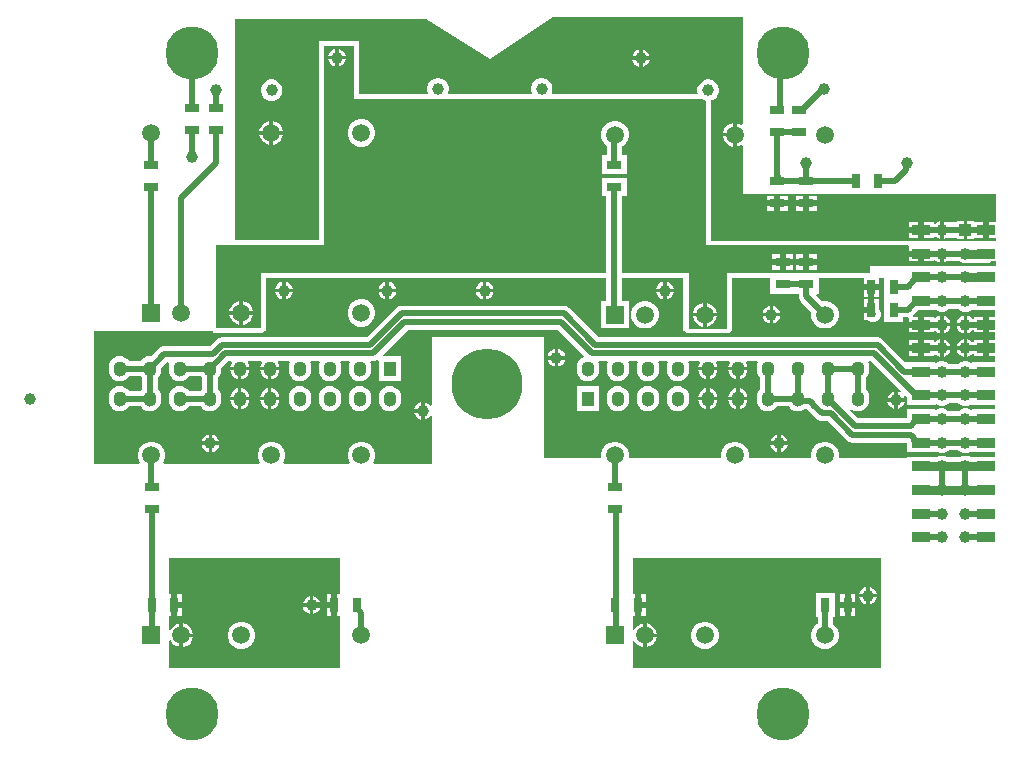
<source format=gbl>
G04*
G04 #@! TF.GenerationSoftware,Altium Limited,Altium Designer,23.9.2 (47)*
G04*
G04 Layer_Physical_Order=4*
G04 Layer_Color=16711680*
%FSAX42Y42*%
%MOMM*%
G71*
G04*
G04 #@! TF.SameCoordinates,6700F035-4CF4-4C6A-B223-3C7F8516C722*
G04*
G04*
G04 #@! TF.FilePolarity,Positive*
G04*
G01*
G75*
%ADD13C,0.50*%
%ADD31C,0.75*%
%ADD32C,1.52*%
%ADD33R,1.52X1.52*%
%ADD34O,1.10X1.30*%
%ADD35R,1.10X1.30*%
%ADD36C,1.00*%
%ADD37R,1.00X1.00*%
%ADD38C,4.50*%
%ADD39C,6.00*%
%ADD48R,1.30X0.80*%
%ADD49R,0.80X1.30*%
%ADD50R,1.63X0.81*%
%ADD51R,1.50X0.50*%
G36*
X008732Y007430D02*
Y006847D01*
Y006531D01*
X008720Y006523D01*
X008705Y006532D01*
X008681Y006538D01*
Y006438D01*
Y006337D01*
X008705Y006343D01*
X008720Y006352D01*
X008732Y006345D01*
Y005938D01*
X010875D01*
Y005696D01*
X010818D01*
Y005630D01*
Y005565D01*
X010875D01*
Y005540D01*
X010129D01*
X010125Y005541D01*
X008466D01*
Y006729D01*
X008474Y006731D01*
X008494Y006743D01*
X008511Y006760D01*
X008523Y006780D01*
X008529Y006803D01*
Y006827D01*
X008523Y006850D01*
X008511Y006870D01*
X008494Y006887D01*
X008474Y006899D01*
X008451Y006905D01*
X008427D01*
X008404Y006899D01*
X008384Y006887D01*
X008367Y006870D01*
X008355Y006850D01*
X008349Y006827D01*
Y006803D01*
X008352Y006791D01*
X008345Y006781D01*
X007121D01*
X007114Y006791D01*
X007114Y006793D01*
X007120Y006816D01*
Y006839D01*
X007114Y006862D01*
X007102Y006883D01*
X007085Y006900D01*
X007065Y006911D01*
X007042Y006918D01*
X007018D01*
X006995Y006911D01*
X006975Y006900D01*
X006958Y006883D01*
X006946Y006862D01*
X006940Y006839D01*
Y006816D01*
X006946Y006793D01*
X006946Y006791D01*
X006939Y006781D01*
X006243D01*
X006236Y006791D01*
X006237Y006793D01*
X006242Y006816D01*
Y006839D01*
X006236Y006862D01*
X006225Y006883D01*
X006208Y006900D01*
X006187Y006911D01*
X006164Y006918D01*
X006141D01*
X006118Y006911D01*
X006097Y006900D01*
X006080Y006883D01*
X006069Y006862D01*
X006062Y006839D01*
Y006816D01*
X006068Y006793D01*
X006069Y006791D01*
X006062Y006781D01*
X005588D01*
X005481Y006781D01*
Y007234D01*
X005142D01*
Y006781D01*
Y005550D01*
X004438D01*
Y006612D01*
Y007417D01*
X006052D01*
X006593Y007081D01*
X007126Y007430D01*
X008515D01*
X008732Y007430D01*
D02*
G37*
G36*
X009932Y005045D02*
Y004852D01*
X010093D01*
Y004891D01*
X010128D01*
X010137Y004884D01*
Y004855D01*
X010218D01*
Y004896D01*
X010177D01*
X010173Y004909D01*
X010175Y004910D01*
X010214Y004950D01*
X010364D01*
Y004950D01*
X010371Y004954D01*
X010383Y004947D01*
X010406Y004940D01*
X010430D01*
X010453Y004947D01*
X010473Y004958D01*
X010480Y004965D01*
X010556D01*
X010563Y004958D01*
X010583Y004947D01*
X010606Y004940D01*
X010630D01*
X010653Y004947D01*
X010665Y004954D01*
X010672Y004950D01*
Y004950D01*
X010870D01*
Y004896D01*
X010818D01*
Y004830D01*
Y004765D01*
X010870D01*
Y004696D01*
X010818D01*
Y004630D01*
Y004565D01*
X010870D01*
Y004511D01*
X010672D01*
Y004511D01*
X010665Y004507D01*
X010653Y004514D01*
X010630Y004520D01*
X010606D01*
X010583Y004514D01*
X010563Y004502D01*
X010556Y004496D01*
X010480D01*
X010473Y004502D01*
X010453Y004514D01*
X010430Y004520D01*
X010406D01*
X010383Y004514D01*
X010371Y004507D01*
X010364Y004511D01*
Y004511D01*
X010122D01*
X010122Y004511D01*
Y004511D01*
X010110Y004514D01*
X009921Y004703D01*
X009907Y004714D01*
X009892Y004720D01*
X009875Y004722D01*
X007513D01*
X007264Y004971D01*
X007251Y004982D01*
X007235Y004988D01*
X007218Y004991D01*
X005844D01*
X005827Y004988D01*
X005818Y004984D01*
X005812Y004982D01*
X005798Y004971D01*
X005549Y004722D01*
X004321D01*
X004304Y004720D01*
X004289Y004714D01*
X004275Y004703D01*
X004219Y004648D01*
X003837D01*
X003820Y004645D01*
X003805Y004639D01*
X003791Y004628D01*
X003724Y004561D01*
X003712Y004563D01*
X003688Y004560D01*
X003665Y004550D01*
X003645Y004535D01*
X003635Y004523D01*
X003536D01*
X003526Y004535D01*
X003506Y004550D01*
X003483Y004560D01*
X003458Y004563D01*
X003434Y004560D01*
X003411Y004550D01*
X003391Y004535D01*
X003375Y004515D01*
X003366Y004492D01*
X003363Y004467D01*
Y004447D01*
X003366Y004422D01*
X003375Y004399D01*
X003391Y004379D01*
X003411Y004364D01*
X003434Y004355D01*
X003458Y004351D01*
X003483Y004355D01*
X003506Y004364D01*
X003526Y004379D01*
X003536Y004391D01*
X003635D01*
X003645Y004379D01*
X003647Y004378D01*
Y004282D01*
X003645Y004281D01*
X003635Y004269D01*
X003536D01*
X003526Y004281D01*
X003506Y004296D01*
X003483Y004306D01*
X003458Y004309D01*
X003434Y004306D01*
X003411Y004296D01*
X003391Y004281D01*
X003375Y004261D01*
X003366Y004238D01*
X003363Y004213D01*
Y004193D01*
X003366Y004168D01*
X003375Y004145D01*
X003391Y004125D01*
X003411Y004110D01*
X003434Y004101D01*
X003458Y004097D01*
X003483Y004101D01*
X003506Y004110D01*
X003526Y004125D01*
X003536Y004137D01*
X003635D01*
X003645Y004125D01*
X003665Y004110D01*
X003688Y004101D01*
X003712Y004097D01*
X003737Y004101D01*
X003760Y004110D01*
X003780Y004125D01*
X003795Y004145D01*
X003805Y004168D01*
X003808Y004193D01*
Y004213D01*
X003805Y004238D01*
X003795Y004261D01*
X003780Y004281D01*
X003778Y004282D01*
Y004378D01*
X003780Y004379D01*
X003795Y004399D01*
X003805Y004422D01*
X003808Y004447D01*
Y004460D01*
X003859Y004511D01*
X003869Y004511D01*
X003877Y004498D01*
X003874Y004492D01*
X003871Y004467D01*
Y004447D01*
X003874Y004422D01*
X003883Y004399D01*
X003899Y004379D01*
X003919Y004364D01*
X003942Y004355D01*
X003966Y004351D01*
X003991Y004355D01*
X004014Y004364D01*
X004034Y004379D01*
X004044Y004391D01*
X004143D01*
X004153Y004379D01*
X004155Y004378D01*
Y004282D01*
X004153Y004281D01*
X004143Y004269D01*
X004044D01*
X004034Y004281D01*
X004014Y004296D01*
X003991Y004306D01*
X003966Y004309D01*
X003942Y004306D01*
X003919Y004296D01*
X003899Y004281D01*
X003883Y004261D01*
X003874Y004238D01*
X003871Y004213D01*
Y004193D01*
X003874Y004168D01*
X003883Y004145D01*
X003899Y004125D01*
X003919Y004110D01*
X003942Y004101D01*
X003966Y004097D01*
X003991Y004101D01*
X004014Y004110D01*
X004034Y004125D01*
X004044Y004137D01*
X004143D01*
X004153Y004125D01*
X004173Y004110D01*
X004196Y004101D01*
X004220Y004097D01*
X004245Y004101D01*
X004268Y004110D01*
X004288Y004125D01*
X004303Y004145D01*
X004313Y004168D01*
X004316Y004193D01*
Y004213D01*
X004313Y004238D01*
X004303Y004261D01*
X004288Y004281D01*
X004286Y004282D01*
Y004378D01*
X004288Y004379D01*
X004303Y004399D01*
X004313Y004422D01*
X004316Y004447D01*
Y004460D01*
X004377Y004521D01*
X004401D01*
X004407Y004510D01*
X004405Y004507D01*
X004397Y004488D01*
X004394Y004472D01*
X004474D01*
X004554D01*
X004552Y004488D01*
X004544Y004507D01*
X004542Y004510D01*
X004548Y004521D01*
X004655D01*
X004661Y004510D01*
X004659Y004507D01*
X004651Y004488D01*
X004648Y004472D01*
X004728D01*
X004808D01*
X004806Y004488D01*
X004798Y004507D01*
X004796Y004510D01*
X004802Y004521D01*
X004889D01*
X004897Y004509D01*
X004890Y004492D01*
X004887Y004467D01*
Y004447D01*
X004890Y004422D01*
X004899Y004399D01*
X004915Y004379D01*
X004935Y004364D01*
X004958Y004355D01*
X004982Y004351D01*
X005007Y004355D01*
X005030Y004364D01*
X005050Y004379D01*
X005065Y004399D01*
X005075Y004422D01*
X005078Y004447D01*
Y004467D01*
X005075Y004492D01*
X005068Y004509D01*
X005076Y004521D01*
X005143D01*
X005151Y004509D01*
X005144Y004492D01*
X005141Y004467D01*
Y004447D01*
X005144Y004422D01*
X005153Y004399D01*
X005169Y004379D01*
X005189Y004364D01*
X005212Y004355D01*
X005236Y004351D01*
X005261Y004355D01*
X005284Y004364D01*
X005304Y004379D01*
X005319Y004399D01*
X005329Y004422D01*
X005332Y004447D01*
Y004467D01*
X005329Y004492D01*
X005322Y004509D01*
X005330Y004521D01*
X005397D01*
X005405Y004509D01*
X005398Y004492D01*
X005395Y004467D01*
Y004447D01*
X005398Y004422D01*
X005407Y004399D01*
X005423Y004379D01*
X005443Y004364D01*
X005466Y004355D01*
X005490Y004351D01*
X005515Y004355D01*
X005538Y004364D01*
X005558Y004379D01*
X005573Y004399D01*
X005583Y004422D01*
X005586Y004447D01*
Y004467D01*
X005583Y004492D01*
X005576Y004509D01*
X005584Y004521D01*
X005605D01*
X005622Y004524D01*
X005637Y004530D01*
X005646Y004526D01*
X005649Y004525D01*
Y004352D01*
X005839D01*
Y004562D01*
X005690D01*
X005685Y004574D01*
X005896Y004784D01*
X007167D01*
X007385Y004566D01*
X007383Y004554D01*
X007374Y004550D01*
X007354Y004535D01*
X007339Y004515D01*
X007329Y004492D01*
X007326Y004467D01*
Y004447D01*
X007329Y004422D01*
X007339Y004399D01*
X007354Y004379D01*
X007374Y004364D01*
X007397Y004355D01*
X007422Y004351D01*
X007446Y004355D01*
X007469Y004364D01*
X007489Y004379D01*
X007505Y004399D01*
X007514Y004422D01*
X007517Y004447D01*
Y004467D01*
X007514Y004492D01*
X007507Y004509D01*
X007515Y004521D01*
X007582D01*
X007590Y004509D01*
X007583Y004492D01*
X007580Y004467D01*
Y004447D01*
X007583Y004422D01*
X007593Y004399D01*
X007608Y004379D01*
X007628Y004364D01*
X007651Y004355D01*
X007676Y004351D01*
X007700Y004355D01*
X007723Y004364D01*
X007743Y004379D01*
X007759Y004399D01*
X007768Y004422D01*
X007771Y004447D01*
Y004467D01*
X007768Y004492D01*
X007761Y004509D01*
X007769Y004521D01*
X007836D01*
X007844Y004509D01*
X007837Y004492D01*
X007834Y004467D01*
Y004447D01*
X007837Y004422D01*
X007847Y004399D01*
X007862Y004379D01*
X007882Y004364D01*
X007905Y004355D01*
X007930Y004351D01*
X007954Y004355D01*
X007977Y004364D01*
X007997Y004379D01*
X008013Y004399D01*
X008022Y004422D01*
X008025Y004447D01*
Y004467D01*
X008022Y004492D01*
X008015Y004509D01*
X008023Y004521D01*
X008090D01*
X008098Y004509D01*
X008091Y004492D01*
X008088Y004467D01*
Y004447D01*
X008091Y004422D01*
X008101Y004399D01*
X008116Y004379D01*
X008136Y004364D01*
X008159Y004355D01*
X008184Y004351D01*
X008208Y004355D01*
X008231Y004364D01*
X008251Y004379D01*
X008267Y004399D01*
X008276Y004422D01*
X008279Y004447D01*
Y004467D01*
X008276Y004492D01*
X008269Y004509D01*
X008277Y004521D01*
X008364D01*
X008370Y004510D01*
X008368Y004507D01*
X008360Y004488D01*
X008358Y004472D01*
X008518D01*
X008515Y004488D01*
X008507Y004507D01*
X008505Y004510D01*
X008511Y004521D01*
X008618D01*
X008624Y004510D01*
X008622Y004507D01*
X008614Y004488D01*
X008612Y004472D01*
X008772D01*
X008769Y004488D01*
X008761Y004507D01*
X008759Y004510D01*
X008765Y004521D01*
X008852D01*
X008860Y004509D01*
X008853Y004492D01*
X008850Y004467D01*
Y004447D01*
X008853Y004422D01*
X008863Y004399D01*
X008878Y004379D01*
X008880Y004378D01*
Y004282D01*
X008878Y004281D01*
X008863Y004261D01*
X008853Y004238D01*
X008850Y004213D01*
Y004193D01*
X008853Y004168D01*
X008863Y004145D01*
X008878Y004125D01*
X008898Y004110D01*
X008921Y004101D01*
X008946Y004097D01*
X008970Y004101D01*
X008993Y004110D01*
X009013Y004125D01*
X009023Y004137D01*
X009122D01*
X009132Y004125D01*
X009152Y004110D01*
X009175Y004101D01*
X009200Y004097D01*
X009224Y004101D01*
X009247Y004110D01*
X009258Y004118D01*
X009272D01*
X009272Y004118D01*
X009282Y004105D01*
X009355Y004032D01*
X009369Y004021D01*
X009385Y004015D01*
X009402Y004012D01*
X009450D01*
X009614Y003849D01*
X009627Y003838D01*
X009643Y003832D01*
X009660Y003829D01*
X010122D01*
Y003750D01*
X010364D01*
Y003750D01*
X010371Y003754D01*
X010383Y003747D01*
X010406Y003740D01*
X010430D01*
X010453Y003747D01*
X010473Y003758D01*
X010480Y003765D01*
X010556D01*
X010563Y003758D01*
X010583Y003747D01*
X010606Y003740D01*
X010630D01*
X010653Y003747D01*
X010665Y003754D01*
X010672Y003750D01*
Y003750D01*
X010870D01*
Y003711D01*
X010672D01*
Y003711D01*
X010659Y003711D01*
X010653Y003714D01*
X010630Y003720D01*
X010606D01*
X010583Y003714D01*
X010573Y003709D01*
X010462D01*
X010453Y003714D01*
X010430Y003720D01*
X010406D01*
X010383Y003714D01*
X010377Y003711D01*
X010364Y003711D01*
Y003711D01*
X010122D01*
Y003700D01*
X009550D01*
X009544Y003708D01*
Y003738D01*
X009536Y003768D01*
X009521Y003794D01*
X009499Y003816D01*
X009473Y003831D01*
X009443Y003839D01*
X009413D01*
X009383Y003831D01*
X009357Y003816D01*
X009335Y003794D01*
X009320Y003768D01*
X009312Y003738D01*
Y003708D01*
X009306Y003700D01*
X008788D01*
X008782Y003708D01*
Y003738D01*
X008774Y003768D01*
X008759Y003794D01*
X008737Y003816D01*
X008711Y003831D01*
X008681Y003839D01*
X008651D01*
X008621Y003831D01*
X008595Y003816D01*
X008573Y003794D01*
X008558Y003768D01*
X008550Y003738D01*
Y003708D01*
X008544Y003700D01*
X007772D01*
X007766Y003708D01*
Y003738D01*
X007758Y003768D01*
X007743Y003794D01*
X007721Y003816D01*
X007695Y003831D01*
X007665Y003839D01*
X007635D01*
X007605Y003831D01*
X007579Y003816D01*
X007557Y003794D01*
X007542Y003768D01*
X007534Y003738D01*
Y003708D01*
X007528Y003700D01*
X007050D01*
Y003825D01*
Y004350D01*
Y004725D01*
X006100D01*
Y004575D01*
Y004145D01*
X006087Y004142D01*
X006085Y004146D01*
X006071Y004160D01*
X006054Y004170D01*
X006040Y004174D01*
Y004100D01*
Y004026D01*
X006054Y004030D01*
X006071Y004040D01*
X006085Y004054D01*
X006087Y004058D01*
X006100Y004055D01*
Y003650D01*
X005610D01*
X005603Y003663D01*
X005612Y003678D01*
X005620Y003708D01*
Y003738D01*
X005612Y003768D01*
X005596Y003794D01*
X005575Y003816D01*
X005548Y003831D01*
X005519Y003839D01*
X005488D01*
X005459Y003831D01*
X005432Y003816D01*
X005410Y003794D01*
X005395Y003768D01*
X005387Y003738D01*
Y003708D01*
X005395Y003678D01*
X005404Y003663D01*
X005397Y003650D01*
X004848D01*
X004841Y003663D01*
X004850Y003678D01*
X004858Y003708D01*
Y003738D01*
X004850Y003768D01*
X004834Y003794D01*
X004813Y003816D01*
X004786Y003831D01*
X004757Y003839D01*
X004726D01*
X004697Y003831D01*
X004670Y003816D01*
X004648Y003794D01*
X004633Y003768D01*
X004625Y003738D01*
Y003708D01*
X004633Y003678D01*
X004642Y003663D01*
X004635Y003650D01*
X003832D01*
X003825Y003663D01*
X003834Y003678D01*
X003842Y003708D01*
Y003738D01*
X003834Y003768D01*
X003818Y003794D01*
X003797Y003816D01*
X003770Y003831D01*
X003741Y003839D01*
X003710D01*
X003681Y003831D01*
X003654Y003816D01*
X003632Y003794D01*
X003617Y003768D01*
X003609Y003738D01*
Y003708D01*
X003617Y003678D01*
X003626Y003663D01*
X003619Y003650D01*
X003237D01*
Y004775D01*
X004244D01*
X004246Y004771D01*
X004259Y004762D01*
X004275Y004759D01*
X004650D01*
X004666Y004762D01*
X004679Y004771D01*
X004681Y004775D01*
X004700D01*
Y005224D01*
X007579D01*
Y005030D01*
X007534D01*
Y004798D01*
X007766D01*
Y005030D01*
X007711D01*
Y005224D01*
X008225D01*
Y004775D01*
X008241D01*
X008246Y004768D01*
X008259Y004759D01*
X008275Y004756D01*
X008600D01*
X008616Y004759D01*
X008629Y004768D01*
X008638Y004781D01*
X008641Y004796D01*
X008641Y005224D01*
X008965D01*
Y005090D01*
X009205D01*
Y005071D01*
X009207Y005054D01*
X009214Y005039D01*
X009224Y005025D01*
X009314Y004935D01*
X009312Y004929D01*
Y004898D01*
X009320Y004869D01*
X009335Y004842D01*
X009357Y004821D01*
X009383Y004805D01*
X009413Y004798D01*
X009443D01*
X009473Y004805D01*
X009499Y004821D01*
X009521Y004842D01*
X009536Y004869D01*
X009544Y004898D01*
Y004929D01*
X009536Y004959D01*
X009521Y004985D01*
X009499Y005007D01*
X009473Y005022D01*
X009443Y005030D01*
X009413D01*
X009406Y005028D01*
X009356Y005078D01*
X009361Y005090D01*
X009375D01*
Y005224D01*
X009757D01*
Y005175D01*
X009888D01*
Y005225D01*
X009932D01*
Y005045D01*
D02*
G37*
G36*
X005438Y006740D02*
X006131D01*
X006141Y006738D01*
X006164D01*
X006174Y006740D01*
X007009D01*
X007018Y006738D01*
X007042D01*
X007051Y006740D01*
X008389D01*
X008404Y006731D01*
X008425Y006726D01*
Y005500D01*
X010125D01*
X010137Y005496D01*
Y005455D01*
X010243D01*
Y005430D01*
X010268D01*
Y005365D01*
X010349D01*
Y005380D01*
X010362Y005380D01*
X010372Y005370D01*
X010389Y005361D01*
X010403Y005357D01*
Y005430D01*
X010433D01*
Y005357D01*
X010447Y005361D01*
X010454Y005365D01*
X010576D01*
X010579Y005363D01*
X010598Y005355D01*
X010618Y005352D01*
X010793D01*
X010813Y005355D01*
X010832Y005363D01*
X010835Y005365D01*
X010875D01*
Y005325D01*
X009813D01*
Y005265D01*
X008600D01*
X008600Y004796D01*
X008275D01*
Y005265D01*
X007711D01*
Y005915D01*
X007750D01*
Y006075D01*
X007540D01*
Y005915D01*
X007579D01*
Y005265D01*
X004650D01*
Y004800D01*
X004275D01*
X004275Y005500D01*
X005185D01*
Y006774D01*
Y007189D01*
X005438D01*
Y006740D01*
D02*
G37*
G36*
X010074Y004266D02*
X010066Y004256D01*
X010059Y004260D01*
X010045Y004264D01*
Y004205D01*
X010104D01*
X010100Y004219D01*
X010096Y004226D01*
X010106Y004234D01*
X010122Y004218D01*
Y004150D01*
X010364D01*
Y004150D01*
X010371Y004154D01*
X010383Y004147D01*
X010406Y004140D01*
X010430D01*
X010453Y004147D01*
X010473Y004158D01*
X010480Y004165D01*
X010556D01*
X010563Y004158D01*
X010583Y004147D01*
X010606Y004140D01*
X010630D01*
X010653Y004147D01*
X010665Y004154D01*
X010672Y004150D01*
Y004150D01*
X010870D01*
Y004111D01*
X010672D01*
Y004111D01*
X010665Y004107D01*
X010653Y004114D01*
X010630Y004120D01*
X010606D01*
X010583Y004114D01*
X010563Y004102D01*
X010556Y004096D01*
X010480D01*
X010473Y004102D01*
X010453Y004114D01*
X010430Y004120D01*
X010406D01*
X010383Y004114D01*
X010371Y004107D01*
X010364Y004111D01*
Y004111D01*
X010122D01*
Y004041D01*
X009709D01*
X009641Y004109D01*
X009649Y004118D01*
X009660Y004110D01*
X009683Y004101D01*
X009708Y004097D01*
X009732Y004101D01*
X009755Y004110D01*
X009775Y004125D01*
X009791Y004145D01*
X009800Y004168D01*
X009803Y004193D01*
Y004213D01*
X009800Y004238D01*
X009791Y004261D01*
X009775Y004281D01*
X009773Y004282D01*
Y004378D01*
X009775Y004379D01*
X009791Y004399D01*
X009800Y004422D01*
X009803Y004447D01*
Y004467D01*
X009800Y004492D01*
X009793Y004509D01*
X009801Y004521D01*
X009819D01*
X010074Y004266D01*
D02*
G37*
G36*
X009900Y001925D02*
X007800D01*
Y002151D01*
X007813Y002155D01*
X007823Y002137D01*
X007842Y002118D01*
X007865Y002105D01*
X007889Y002098D01*
Y002199D01*
Y002300D01*
X007865Y002293D01*
X007842Y002280D01*
X007823Y002261D01*
X007813Y002243D01*
X007800Y002247D01*
Y002365D01*
X007820D01*
Y002455D01*
Y002545D01*
X007800D01*
Y002850D01*
X009900D01*
Y001925D01*
D02*
G37*
G36*
X005325Y002545D02*
X005300D01*
Y002455D01*
Y002365D01*
X005325D01*
Y001925D01*
X003875D01*
Y002152D01*
X003888Y002156D01*
X003898Y002137D01*
X003917Y002118D01*
X003940Y002105D01*
X003964Y002098D01*
Y002199D01*
Y002300D01*
X003940Y002293D01*
X003917Y002280D01*
X003898Y002261D01*
X003888Y002242D01*
X003875Y002246D01*
Y002365D01*
X003892D01*
Y002455D01*
Y002545D01*
X003875D01*
Y002850D01*
X005325D01*
Y002545D01*
D02*
G37*
%LPC*%
G36*
X007885Y007158D02*
Y007100D01*
X007944D01*
X007940Y007114D01*
X007930Y007131D01*
X007916Y007145D01*
X007899Y007154D01*
X007885Y007158D01*
D02*
G37*
G36*
X007855D02*
X007841Y007154D01*
X007824Y007145D01*
X007810Y007131D01*
X007800Y007114D01*
X007796Y007100D01*
X007855D01*
Y007158D01*
D02*
G37*
G36*
X007944Y007070D02*
X007885D01*
Y007011D01*
X007899Y007015D01*
X007916Y007025D01*
X007930Y007039D01*
X007940Y007056D01*
X007944Y007070D01*
D02*
G37*
G36*
X007855D02*
X007796D01*
X007800Y007056D01*
X007810Y007039D01*
X007824Y007025D01*
X007841Y007015D01*
X007855Y007011D01*
Y007070D01*
D02*
G37*
G36*
X004756Y006905D02*
X004732D01*
X004709Y006899D01*
X004689Y006887D01*
X004672Y006870D01*
X004660Y006850D01*
X004654Y006827D01*
Y006803D01*
X004660Y006780D01*
X004672Y006760D01*
X004689Y006743D01*
X004709Y006731D01*
X004732Y006725D01*
X004756D01*
X004779Y006731D01*
X004799Y006743D01*
X004816Y006760D01*
X004828Y006780D01*
X004834Y006803D01*
Y006827D01*
X004828Y006850D01*
X004816Y006870D01*
X004799Y006887D01*
X004779Y006899D01*
X004756Y006905D01*
D02*
G37*
G36*
X004756Y006554D02*
Y006468D01*
X004842D01*
X004836Y006492D01*
X004822Y006515D01*
X004804Y006534D01*
X004781Y006547D01*
X004756Y006554D01*
D02*
G37*
G36*
X004726Y006554D02*
X004702Y006547D01*
X004679Y006534D01*
X004660Y006515D01*
X004647Y006492D01*
X004641Y006468D01*
X004726D01*
Y006554D01*
D02*
G37*
G36*
X008651Y006538D02*
X008627Y006532D01*
X008604Y006519D01*
X008585Y006500D01*
X008572Y006477D01*
X008565Y006453D01*
X008651D01*
Y006538D01*
D02*
G37*
G36*
X004726Y006438D02*
X004641D01*
X004647Y006414D01*
X004660Y006391D01*
X004679Y006372D01*
X004702Y006359D01*
X004726Y006352D01*
Y006438D01*
D02*
G37*
G36*
X004842D02*
X004756D01*
Y006352D01*
X004781Y006359D01*
X004804Y006372D01*
X004822Y006391D01*
X004836Y006414D01*
X004842Y006438D01*
D02*
G37*
G36*
X008651Y006423D02*
X008565D01*
X008572Y006399D01*
X008585Y006376D01*
X008604Y006357D01*
X008627Y006343D01*
X008651Y006337D01*
Y006423D01*
D02*
G37*
G36*
X009360Y005922D02*
X009295D01*
Y005883D01*
X009360D01*
Y005922D01*
D02*
G37*
G36*
X009245D02*
X009180D01*
Y005883D01*
X009245D01*
Y005922D01*
D02*
G37*
G36*
X009115D02*
X009050D01*
Y005883D01*
X009115D01*
Y005922D01*
D02*
G37*
G36*
X009000D02*
X008935D01*
Y005883D01*
X009000D01*
Y005922D01*
D02*
G37*
G36*
X009360Y005833D02*
X009295D01*
Y005792D01*
X009360D01*
Y005833D01*
D02*
G37*
G36*
X009245D02*
X009180D01*
Y005792D01*
X009245D01*
Y005833D01*
D02*
G37*
G36*
X009115Y005833D02*
X009050D01*
Y005792D01*
X009115D01*
Y005833D01*
D02*
G37*
G36*
X009000D02*
X008935D01*
Y005792D01*
X009000D01*
Y005833D01*
D02*
G37*
G36*
X010603Y005705D02*
X010543D01*
Y005696D01*
X010454D01*
X010447Y005700D01*
X010433Y005704D01*
Y005630D01*
Y005557D01*
X010447Y005561D01*
X010454Y005565D01*
X010543D01*
Y005555D01*
X010603D01*
Y005630D01*
Y005705D01*
D02*
G37*
G36*
X010403Y005704D02*
X010389Y005700D01*
X010372Y005690D01*
X010362Y005680D01*
X010349Y005681D01*
Y005696D01*
X010268D01*
Y005630D01*
Y005565D01*
X010349D01*
Y005580D01*
X010362Y005580D01*
X010372Y005570D01*
X010389Y005561D01*
X010403Y005557D01*
Y005630D01*
Y005704D01*
D02*
G37*
G36*
X010218Y005696D02*
X010137D01*
Y005655D01*
X010218D01*
Y005696D01*
D02*
G37*
G36*
Y005605D02*
X010137D01*
Y005565D01*
X010218D01*
Y005605D01*
D02*
G37*
G36*
X010693Y005705D02*
X010633D01*
Y005630D01*
Y005555D01*
X010693D01*
Y005565D01*
X010768D01*
Y005630D01*
Y005696D01*
X010693D01*
Y005705D01*
D02*
G37*
G36*
X008088Y005192D02*
Y005133D01*
X008147D01*
X008143Y005147D01*
X008133Y005164D01*
X008119Y005178D01*
X008102Y005188D01*
X008088Y005192D01*
D02*
G37*
G36*
X008058D02*
X008044Y005188D01*
X008027Y005178D01*
X008013Y005164D01*
X008003Y005147D01*
X008000Y005133D01*
X008058D01*
Y005192D01*
D02*
G37*
G36*
X006563D02*
Y005133D01*
X006622D01*
X006618Y005147D01*
X006608Y005164D01*
X006594Y005178D01*
X006577Y005188D01*
X006563Y005192D01*
D02*
G37*
G36*
X006533D02*
X006519Y005188D01*
X006502Y005178D01*
X006488Y005164D01*
X006478Y005147D01*
X006475Y005133D01*
X006533D01*
Y005192D01*
D02*
G37*
G36*
X005738D02*
Y005133D01*
X005797D01*
X005793Y005147D01*
X005783Y005164D01*
X005769Y005178D01*
X005752Y005188D01*
X005738Y005192D01*
D02*
G37*
G36*
X005708D02*
X005694Y005188D01*
X005677Y005178D01*
X005663Y005164D01*
X005653Y005147D01*
X005650Y005133D01*
X005708D01*
Y005192D01*
D02*
G37*
G36*
X004863D02*
Y005133D01*
X004922D01*
X004918Y005147D01*
X004908Y005164D01*
X004894Y005178D01*
X004877Y005188D01*
X004863Y005192D01*
D02*
G37*
G36*
X004833D02*
X004819Y005188D01*
X004802Y005178D01*
X004788Y005164D01*
X004778Y005147D01*
X004775Y005133D01*
X004833D01*
Y005192D01*
D02*
G37*
G36*
X009888Y005125D02*
X009847D01*
Y005060D01*
X009888D01*
Y005125D01*
D02*
G37*
G36*
X009797D02*
X009757D01*
Y005060D01*
X009797D01*
Y005125D01*
D02*
G37*
G36*
X008147Y005103D02*
X008088D01*
Y005044D01*
X008102Y005048D01*
X008119Y005058D01*
X008133Y005072D01*
X008143Y005089D01*
X008147Y005103D01*
D02*
G37*
G36*
X008058D02*
X008000D01*
X008003Y005089D01*
X008013Y005072D01*
X008027Y005058D01*
X008044Y005048D01*
X008058Y005044D01*
Y005103D01*
D02*
G37*
G36*
X006622D02*
X006563D01*
Y005044D01*
X006577Y005048D01*
X006594Y005058D01*
X006608Y005072D01*
X006618Y005089D01*
X006622Y005103D01*
D02*
G37*
G36*
X006533D02*
X006475D01*
X006478Y005089D01*
X006488Y005072D01*
X006502Y005058D01*
X006519Y005048D01*
X006533Y005044D01*
Y005103D01*
D02*
G37*
G36*
X005797D02*
X005738D01*
Y005044D01*
X005752Y005048D01*
X005769Y005058D01*
X005783Y005072D01*
X005793Y005089D01*
X005797Y005103D01*
D02*
G37*
G36*
X005708D02*
X005650D01*
X005653Y005089D01*
X005663Y005072D01*
X005677Y005058D01*
X005694Y005048D01*
X005708Y005044D01*
Y005103D01*
D02*
G37*
G36*
X004922D02*
X004863D01*
Y005044D01*
X004877Y005048D01*
X004894Y005058D01*
X004908Y005072D01*
X004918Y005089D01*
X004922Y005103D01*
D02*
G37*
G36*
X004833D02*
X004775D01*
X004778Y005089D01*
X004788Y005072D01*
X004802Y005058D01*
X004819Y005048D01*
X004833Y005044D01*
Y005103D01*
D02*
G37*
G36*
X009797Y005047D02*
X009757D01*
Y004982D01*
X009797D01*
Y005047D01*
D02*
G37*
G36*
X008990Y004987D02*
Y004929D01*
X009049D01*
X009045Y004943D01*
X009035Y004960D01*
X009021Y004974D01*
X009004Y004984D01*
X008990Y004987D01*
D02*
G37*
G36*
X008960D02*
X008946Y004984D01*
X008929Y004974D01*
X008915Y004960D01*
X008905Y004943D01*
X008901Y004929D01*
X008960D01*
Y004987D01*
D02*
G37*
G36*
X010403Y004904D02*
X010389Y004900D01*
X010372Y004890D01*
X010362Y004880D01*
X010349Y004881D01*
Y004896D01*
X010268D01*
Y004830D01*
Y004765D01*
X010349D01*
Y004780D01*
X010362Y004780D01*
X010372Y004770D01*
X010389Y004761D01*
X010403Y004757D01*
Y004830D01*
Y004904D01*
D02*
G37*
G36*
X009888Y005047D02*
X009847D01*
Y004957D01*
X009822D01*
Y004932D01*
X009757D01*
X009757Y004927D01*
Y004867D01*
X009796D01*
X009805Y004860D01*
X009821Y004853D01*
X009838Y004851D01*
X009854Y004853D01*
X009870Y004860D01*
X009879Y004867D01*
X009888D01*
Y004875D01*
X009894Y004884D01*
X009901Y004900D01*
X009903Y004917D01*
X009901Y004934D01*
X009894Y004949D01*
X009888Y004958D01*
Y005047D01*
D02*
G37*
G36*
X010433Y004904D02*
Y004845D01*
X010491D01*
X010488Y004859D01*
X010478Y004876D01*
X010464Y004890D01*
X010447Y004900D01*
X010433Y004904D01*
D02*
G37*
G36*
X010603D02*
X010589Y004900D01*
X010572Y004890D01*
X010558Y004876D01*
X010548Y004859D01*
X010544Y004845D01*
X010603D01*
Y004904D01*
D02*
G37*
G36*
X009049Y004899D02*
X008990D01*
Y004840D01*
X009004Y004844D01*
X009021Y004854D01*
X009035Y004868D01*
X009045Y004885D01*
X009049Y004899D01*
D02*
G37*
G36*
X008960D02*
X008901D01*
X008905Y004885D01*
X008915Y004868D01*
X008929Y004854D01*
X008946Y004844D01*
X008960Y004840D01*
Y004899D01*
D02*
G37*
G36*
X005519Y005045D02*
X005488D01*
X005459Y005037D01*
X005432Y005022D01*
X005410Y005000D01*
X005395Y004974D01*
X005387Y004944D01*
Y004914D01*
X005395Y004884D01*
X005410Y004858D01*
X005432Y004836D01*
X005459Y004821D01*
X005488Y004813D01*
X005519D01*
X005548Y004821D01*
X005575Y004836D01*
X005596Y004858D01*
X005612Y004884D01*
X005620Y004914D01*
Y004944D01*
X005612Y004974D01*
X005596Y005000D01*
X005575Y005022D01*
X005548Y005037D01*
X005519Y005045D01*
D02*
G37*
G36*
X007919Y005030D02*
X007889D01*
X007859Y005022D01*
X007833Y005007D01*
X007811Y004985D01*
X007796Y004959D01*
X007788Y004929D01*
Y004898D01*
X007796Y004869D01*
X007811Y004842D01*
X007833Y004821D01*
X007859Y004805D01*
X007889Y004798D01*
X007919D01*
X007949Y004805D01*
X007975Y004821D01*
X007997Y004842D01*
X008012Y004869D01*
X008020Y004898D01*
Y004929D01*
X008012Y004959D01*
X007997Y004985D01*
X007975Y005007D01*
X007949Y005022D01*
X007919Y005030D01*
D02*
G37*
G36*
X010633Y004904D02*
Y004830D01*
Y004757D01*
X010647Y004761D01*
X010664Y004770D01*
X010674Y004780D01*
X010687Y004780D01*
Y004765D01*
X010768D01*
Y004830D01*
Y004896D01*
X010687D01*
Y004881D01*
X010674Y004880D01*
X010664Y004890D01*
X010647Y004900D01*
X010633Y004904D01*
D02*
G37*
G36*
X010218Y004805D02*
X010137D01*
Y004765D01*
X010218D01*
Y004805D01*
D02*
G37*
G36*
X010491Y004815D02*
X010433D01*
Y004757D01*
X010447Y004761D01*
X010464Y004770D01*
X010478Y004784D01*
X010488Y004801D01*
X010491Y004815D01*
D02*
G37*
G36*
X010603D02*
X010544D01*
X010548Y004801D01*
X010558Y004784D01*
X010572Y004770D01*
X010589Y004761D01*
X010603Y004757D01*
Y004815D01*
D02*
G37*
G36*
X010403Y004704D02*
X010389Y004700D01*
X010372Y004690D01*
X010362Y004680D01*
X010349Y004681D01*
Y004696D01*
X010268D01*
Y004630D01*
Y004565D01*
X010349D01*
Y004580D01*
X010362Y004580D01*
X010372Y004570D01*
X010389Y004561D01*
X010403Y004557D01*
Y004630D01*
Y004704D01*
D02*
G37*
G36*
X010218Y004696D02*
X010137D01*
Y004655D01*
X010218D01*
Y004696D01*
D02*
G37*
G36*
X010433Y004704D02*
Y004645D01*
X010491D01*
X010488Y004659D01*
X010478Y004676D01*
X010464Y004690D01*
X010447Y004700D01*
X010433Y004704D01*
D02*
G37*
G36*
X010603D02*
X010589Y004700D01*
X010572Y004690D01*
X010558Y004676D01*
X010548Y004659D01*
X010544Y004645D01*
X010603D01*
Y004704D01*
D02*
G37*
G36*
X010633D02*
Y004630D01*
Y004557D01*
X010647Y004561D01*
X010664Y004570D01*
X010674Y004580D01*
X010687Y004580D01*
Y004565D01*
X010768D01*
Y004630D01*
Y004696D01*
X010687D01*
Y004681D01*
X010674Y004680D01*
X010664Y004690D01*
X010647Y004700D01*
X010633Y004704D01*
D02*
G37*
G36*
X010218Y004605D02*
X010137D01*
Y004565D01*
X010218D01*
Y004605D01*
D02*
G37*
G36*
X007171Y004623D02*
Y004564D01*
X007230D01*
X007226Y004578D01*
X007216Y004595D01*
X007202Y004609D01*
X007185Y004619D01*
X007171Y004623D01*
D02*
G37*
G36*
X007141D02*
X007127Y004619D01*
X007110Y004609D01*
X007096Y004595D01*
X007086Y004578D01*
X007083Y004564D01*
X007141D01*
Y004623D01*
D02*
G37*
G36*
X010491Y004615D02*
X010433D01*
Y004557D01*
X010447Y004561D01*
X010464Y004570D01*
X010478Y004584D01*
X010488Y004601D01*
X010491Y004615D01*
D02*
G37*
G36*
X010603D02*
X010544D01*
X010548Y004601D01*
X010558Y004584D01*
X010572Y004570D01*
X010589Y004561D01*
X010603Y004557D01*
Y004615D01*
D02*
G37*
G36*
X007230Y004534D02*
X007171D01*
Y004476D01*
X007185Y004480D01*
X007202Y004489D01*
X007216Y004503D01*
X007226Y004520D01*
X007230Y004534D01*
D02*
G37*
G36*
X007141D02*
X007083D01*
X007086Y004520D01*
X007096Y004503D01*
X007110Y004489D01*
X007127Y004480D01*
X007141Y004476D01*
Y004534D01*
D02*
G37*
G36*
X008772Y004442D02*
X008707D01*
Y004368D01*
X008712Y004369D01*
X008732Y004377D01*
X008749Y004390D01*
X008761Y004407D01*
X008769Y004426D01*
X008772Y004442D01*
D02*
G37*
G36*
X008677D02*
X008612D01*
X008614Y004426D01*
X008622Y004407D01*
X008634Y004390D01*
X008651Y004377D01*
X008671Y004369D01*
X008677Y004368D01*
Y004442D01*
D02*
G37*
G36*
X008518D02*
X008453D01*
Y004368D01*
X008458Y004369D01*
X008478Y004377D01*
X008495Y004390D01*
X008507Y004407D01*
X008515Y004426D01*
X008518Y004442D01*
D02*
G37*
G36*
X008423D02*
X008358D01*
X008360Y004426D01*
X008368Y004407D01*
X008380Y004390D01*
X008397Y004377D01*
X008417Y004369D01*
X008423Y004368D01*
Y004442D01*
D02*
G37*
G36*
X004808Y004442D02*
X004743D01*
Y004368D01*
X004749Y004369D01*
X004769Y004377D01*
X004786Y004390D01*
X004798Y004407D01*
X004806Y004426D01*
X004808Y004442D01*
D02*
G37*
G36*
X004554D02*
X004489D01*
Y004368D01*
X004495Y004369D01*
X004515Y004377D01*
X004532Y004390D01*
X004544Y004407D01*
X004552Y004426D01*
X004554Y004442D01*
D02*
G37*
G36*
X004713D02*
X004648D01*
X004651Y004426D01*
X004659Y004407D01*
X004671Y004390D01*
X004688Y004377D01*
X004708Y004369D01*
X004713Y004368D01*
Y004442D01*
D02*
G37*
G36*
X004459D02*
X004394D01*
X004397Y004426D01*
X004405Y004407D01*
X004417Y004390D01*
X004434Y004377D01*
X004454Y004369D01*
X004459Y004368D01*
Y004442D01*
D02*
G37*
G36*
X008707Y004292D02*
Y004218D01*
X008772D01*
X008769Y004234D01*
X008761Y004253D01*
X008749Y004270D01*
X008732Y004283D01*
X008712Y004291D01*
X008707Y004292D01*
D02*
G37*
G36*
X008677D02*
X008671Y004291D01*
X008651Y004283D01*
X008634Y004270D01*
X008622Y004253D01*
X008614Y004234D01*
X008612Y004218D01*
X008677D01*
Y004292D01*
D02*
G37*
G36*
X008453D02*
Y004218D01*
X008518D01*
X008515Y004234D01*
X008507Y004253D01*
X008495Y004270D01*
X008478Y004283D01*
X008458Y004291D01*
X008453Y004292D01*
D02*
G37*
G36*
X008423D02*
X008417Y004291D01*
X008397Y004283D01*
X008380Y004270D01*
X008368Y004253D01*
X008360Y004234D01*
X008358Y004218D01*
X008423D01*
Y004292D01*
D02*
G37*
G36*
X004743Y004292D02*
Y004218D01*
X004808D01*
X004806Y004234D01*
X004798Y004253D01*
X004786Y004270D01*
X004769Y004283D01*
X004749Y004291D01*
X004743Y004292D01*
D02*
G37*
G36*
X004489D02*
Y004218D01*
X004554D01*
X004552Y004234D01*
X004544Y004253D01*
X004532Y004270D01*
X004515Y004283D01*
X004495Y004291D01*
X004489Y004292D01*
D02*
G37*
G36*
X004713D02*
X004708Y004291D01*
X004688Y004283D01*
X004671Y004270D01*
X004659Y004253D01*
X004651Y004234D01*
X004648Y004218D01*
X004713D01*
Y004292D01*
D02*
G37*
G36*
X004459D02*
X004454Y004291D01*
X004434Y004283D01*
X004417Y004270D01*
X004405Y004253D01*
X004397Y004234D01*
X004394Y004218D01*
X004459D01*
Y004292D01*
D02*
G37*
G36*
X006010Y004174D02*
X005996Y004170D01*
X005979Y004160D01*
X005965Y004146D01*
X005955Y004129D01*
X005951Y004115D01*
X006010D01*
Y004174D01*
D02*
G37*
G36*
X008772Y004188D02*
X008707D01*
Y004114D01*
X008712Y004115D01*
X008732Y004123D01*
X008749Y004136D01*
X008761Y004153D01*
X008769Y004172D01*
X008772Y004188D01*
D02*
G37*
G36*
X008677D02*
X008612D01*
X008614Y004172D01*
X008622Y004153D01*
X008634Y004136D01*
X008651Y004123D01*
X008671Y004115D01*
X008677Y004114D01*
Y004188D01*
D02*
G37*
G36*
X008518D02*
X008453D01*
Y004114D01*
X008458Y004115D01*
X008478Y004123D01*
X008495Y004136D01*
X008507Y004153D01*
X008515Y004172D01*
X008518Y004188D01*
D02*
G37*
G36*
X008423D02*
X008358D01*
X008360Y004172D01*
X008368Y004153D01*
X008380Y004136D01*
X008397Y004123D01*
X008417Y004115D01*
X008423Y004114D01*
Y004188D01*
D02*
G37*
G36*
X004808Y004188D02*
X004743D01*
Y004114D01*
X004749Y004115D01*
X004769Y004123D01*
X004786Y004136D01*
X004798Y004153D01*
X004806Y004172D01*
X004808Y004188D01*
D02*
G37*
G36*
X004554D02*
X004489D01*
Y004114D01*
X004495Y004115D01*
X004515Y004123D01*
X004532Y004136D01*
X004544Y004153D01*
X004552Y004172D01*
X004554Y004188D01*
D02*
G37*
G36*
X004713D02*
X004648D01*
X004651Y004172D01*
X004659Y004153D01*
X004671Y004136D01*
X004688Y004123D01*
X004708Y004115D01*
X004713Y004114D01*
Y004188D01*
D02*
G37*
G36*
X004459D02*
X004394D01*
X004397Y004172D01*
X004405Y004153D01*
X004417Y004136D01*
X004434Y004123D01*
X004454Y004115D01*
X004459Y004114D01*
Y004188D01*
D02*
G37*
G36*
X007517Y004308D02*
X007327D01*
Y004098D01*
X007517D01*
Y004308D01*
D02*
G37*
G36*
X008184Y004309D02*
X008159Y004306D01*
X008136Y004296D01*
X008116Y004281D01*
X008101Y004261D01*
X008091Y004238D01*
X008088Y004213D01*
Y004193D01*
X008091Y004168D01*
X008101Y004145D01*
X008116Y004125D01*
X008136Y004110D01*
X008159Y004101D01*
X008184Y004097D01*
X008208Y004101D01*
X008231Y004110D01*
X008251Y004125D01*
X008267Y004145D01*
X008276Y004168D01*
X008279Y004193D01*
Y004213D01*
X008276Y004238D01*
X008267Y004261D01*
X008251Y004281D01*
X008231Y004296D01*
X008208Y004306D01*
X008184Y004309D01*
D02*
G37*
G36*
X007930D02*
X007905Y004306D01*
X007882Y004296D01*
X007862Y004281D01*
X007847Y004261D01*
X007837Y004238D01*
X007834Y004213D01*
Y004193D01*
X007837Y004168D01*
X007847Y004145D01*
X007862Y004125D01*
X007882Y004110D01*
X007905Y004101D01*
X007930Y004097D01*
X007954Y004101D01*
X007977Y004110D01*
X007997Y004125D01*
X008013Y004145D01*
X008022Y004168D01*
X008025Y004193D01*
Y004213D01*
X008022Y004238D01*
X008013Y004261D01*
X007997Y004281D01*
X007977Y004296D01*
X007954Y004306D01*
X007930Y004309D01*
D02*
G37*
G36*
X007676D02*
X007651Y004306D01*
X007628Y004296D01*
X007608Y004281D01*
X007593Y004261D01*
X007583Y004238D01*
X007580Y004213D01*
Y004193D01*
X007583Y004168D01*
X007593Y004145D01*
X007608Y004125D01*
X007628Y004110D01*
X007651Y004101D01*
X007676Y004097D01*
X007700Y004101D01*
X007723Y004110D01*
X007743Y004125D01*
X007759Y004145D01*
X007768Y004168D01*
X007771Y004193D01*
Y004213D01*
X007768Y004238D01*
X007759Y004261D01*
X007743Y004281D01*
X007723Y004296D01*
X007700Y004306D01*
X007676Y004309D01*
D02*
G37*
G36*
X005744Y004309D02*
X005720Y004306D01*
X005697Y004296D01*
X005677Y004281D01*
X005661Y004261D01*
X005652Y004238D01*
X005649Y004213D01*
Y004193D01*
X005652Y004168D01*
X005661Y004145D01*
X005677Y004125D01*
X005697Y004110D01*
X005720Y004101D01*
X005744Y004097D01*
X005769Y004101D01*
X005792Y004110D01*
X005812Y004125D01*
X005827Y004145D01*
X005837Y004168D01*
X005840Y004193D01*
Y004213D01*
X005837Y004238D01*
X005827Y004261D01*
X005812Y004281D01*
X005792Y004296D01*
X005769Y004306D01*
X005744Y004309D01*
D02*
G37*
G36*
X005490D02*
X005466Y004306D01*
X005443Y004296D01*
X005423Y004281D01*
X005407Y004261D01*
X005398Y004238D01*
X005395Y004213D01*
Y004193D01*
X005398Y004168D01*
X005407Y004145D01*
X005423Y004125D01*
X005443Y004110D01*
X005466Y004101D01*
X005490Y004097D01*
X005515Y004101D01*
X005538Y004110D01*
X005558Y004125D01*
X005573Y004145D01*
X005583Y004168D01*
X005586Y004193D01*
Y004213D01*
X005583Y004238D01*
X005573Y004261D01*
X005558Y004281D01*
X005538Y004296D01*
X005515Y004306D01*
X005490Y004309D01*
D02*
G37*
G36*
X005236D02*
X005212Y004306D01*
X005189Y004296D01*
X005169Y004281D01*
X005153Y004261D01*
X005144Y004238D01*
X005141Y004213D01*
Y004193D01*
X005144Y004168D01*
X005153Y004145D01*
X005169Y004125D01*
X005189Y004110D01*
X005212Y004101D01*
X005236Y004097D01*
X005261Y004101D01*
X005284Y004110D01*
X005304Y004125D01*
X005319Y004145D01*
X005329Y004168D01*
X005332Y004193D01*
Y004213D01*
X005329Y004238D01*
X005319Y004261D01*
X005304Y004281D01*
X005284Y004296D01*
X005261Y004306D01*
X005236Y004309D01*
D02*
G37*
G36*
X004982D02*
X004958Y004306D01*
X004935Y004296D01*
X004915Y004281D01*
X004899Y004261D01*
X004890Y004238D01*
X004887Y004213D01*
Y004193D01*
X004890Y004168D01*
X004899Y004145D01*
X004915Y004125D01*
X004935Y004110D01*
X004958Y004101D01*
X004982Y004097D01*
X005007Y004101D01*
X005030Y004110D01*
X005050Y004125D01*
X005065Y004145D01*
X005075Y004168D01*
X005078Y004193D01*
Y004213D01*
X005075Y004238D01*
X005065Y004261D01*
X005050Y004281D01*
X005030Y004296D01*
X005007Y004306D01*
X004982Y004309D01*
D02*
G37*
G36*
X006010Y004085D02*
X005951D01*
X005955Y004071D01*
X005965Y004054D01*
X005979Y004040D01*
X005996Y004030D01*
X006010Y004026D01*
Y004085D01*
D02*
G37*
G36*
X009055Y003898D02*
Y003840D01*
X009114D01*
X009110Y003854D01*
X009100Y003871D01*
X009086Y003885D01*
X009069Y003894D01*
X009055Y003898D01*
D02*
G37*
G36*
X009025D02*
X009011Y003894D01*
X008994Y003885D01*
X008980Y003871D01*
X008970Y003854D01*
X008966Y003840D01*
X009025D01*
Y003898D01*
D02*
G37*
G36*
X004240D02*
Y003840D01*
X004299D01*
X004295Y003854D01*
X004285Y003871D01*
X004271Y003885D01*
X004254Y003894D01*
X004240Y003898D01*
D02*
G37*
G36*
X004210D02*
X004196Y003894D01*
X004179Y003885D01*
X004165Y003871D01*
X004155Y003854D01*
X004151Y003840D01*
X004210D01*
Y003898D01*
D02*
G37*
G36*
X009114Y003810D02*
X009055D01*
Y003751D01*
X009069Y003755D01*
X009086Y003765D01*
X009100Y003779D01*
X009110Y003796D01*
X009114Y003810D01*
D02*
G37*
G36*
X009025D02*
X008966D01*
X008970Y003796D01*
X008980Y003779D01*
X008994Y003765D01*
X009011Y003755D01*
X009025Y003751D01*
Y003810D01*
D02*
G37*
G36*
X004299D02*
X004240D01*
Y003751D01*
X004254Y003755D01*
X004271Y003765D01*
X004285Y003779D01*
X004295Y003796D01*
X004299Y003810D01*
D02*
G37*
G36*
X004210D02*
X004151D01*
X004155Y003796D01*
X004165Y003779D01*
X004179Y003765D01*
X004196Y003755D01*
X004210Y003751D01*
Y003810D01*
D02*
G37*
G36*
X005311Y007163D02*
Y007105D01*
X005370D01*
X005366Y007118D01*
X005356Y007136D01*
X005342Y007150D01*
X005325Y007159D01*
X005311Y007163D01*
D02*
G37*
G36*
X005281D02*
X005267Y007159D01*
X005250Y007150D01*
X005236Y007136D01*
X005226Y007118D01*
X005223Y007105D01*
X005281D01*
Y007163D01*
D02*
G37*
G36*
X005370Y007075D02*
X005311D01*
Y007016D01*
X005325Y007020D01*
X005342Y007030D01*
X005356Y007043D01*
X005366Y007061D01*
X005370Y007075D01*
D02*
G37*
G36*
X005281D02*
X005223D01*
X005226Y007061D01*
X005236Y007043D01*
X005250Y007030D01*
X005267Y007020D01*
X005281Y007016D01*
Y007075D01*
D02*
G37*
G36*
X005519Y006569D02*
X005488D01*
X005459Y006561D01*
X005432Y006546D01*
X005410Y006524D01*
X005395Y006498D01*
X005387Y006468D01*
Y006438D01*
X005395Y006408D01*
X005410Y006382D01*
X005432Y006360D01*
X005459Y006345D01*
X005488Y006337D01*
X005519D01*
X005548Y006345D01*
X005575Y006360D01*
X005596Y006382D01*
X005612Y006408D01*
X005620Y006438D01*
Y006468D01*
X005612Y006498D01*
X005596Y006524D01*
X005575Y006546D01*
X005548Y006561D01*
X005519Y006569D01*
D02*
G37*
G36*
X007665Y006554D02*
X007635D01*
X007605Y006546D01*
X007579Y006531D01*
X007557Y006509D01*
X007542Y006483D01*
X007534Y006453D01*
Y006422D01*
X007542Y006393D01*
X007557Y006366D01*
X007579Y006345D01*
X007582Y006343D01*
Y006265D01*
X007540D01*
Y006105D01*
X007750D01*
Y006265D01*
X007713D01*
Y006340D01*
X007721Y006345D01*
X007743Y006366D01*
X007758Y006393D01*
X007766Y006422D01*
Y006453D01*
X007758Y006483D01*
X007743Y006509D01*
X007721Y006531D01*
X007695Y006546D01*
X007665Y006554D01*
D02*
G37*
G36*
X009360Y005425D02*
X009295D01*
Y005385D01*
X009360D01*
Y005425D01*
D02*
G37*
G36*
X009245D02*
X009180D01*
Y005385D01*
X009245D01*
Y005425D01*
D02*
G37*
G36*
X009160D02*
X009095D01*
Y005385D01*
X009160D01*
Y005425D01*
D02*
G37*
G36*
X009045D02*
X008980D01*
Y005385D01*
X009045D01*
Y005425D01*
D02*
G37*
G36*
X010218Y005405D02*
X010137D01*
Y005365D01*
X010218D01*
Y005405D01*
D02*
G37*
G36*
X009360Y005335D02*
X009295D01*
Y005295D01*
X009360D01*
Y005335D01*
D02*
G37*
G36*
X009245D02*
X009180D01*
Y005295D01*
X009245D01*
Y005335D01*
D02*
G37*
G36*
X009160Y005335D02*
X009095D01*
Y005295D01*
X009160D01*
Y005335D01*
D02*
G37*
G36*
X009045D02*
X008980D01*
Y005295D01*
X009045D01*
Y005335D01*
D02*
G37*
G36*
X004502Y005030D02*
Y004944D01*
X004588D01*
X004582Y004968D01*
X004568Y004991D01*
X004550Y005010D01*
X004527Y005023D01*
X004502Y005030D01*
D02*
G37*
G36*
X004472Y005030D02*
X004448Y005023D01*
X004425Y005010D01*
X004406Y004991D01*
X004393Y004968D01*
X004387Y004944D01*
X004472D01*
Y005030D01*
D02*
G37*
G36*
X008427Y005014D02*
Y004929D01*
X008513D01*
X008506Y004953D01*
X008493Y004976D01*
X008474Y004995D01*
X008451Y005008D01*
X008427Y005014D01*
D02*
G37*
G36*
X008397D02*
X008373Y005008D01*
X008350Y004995D01*
X008331Y004976D01*
X008318Y004953D01*
X008311Y004929D01*
X008397D01*
Y005014D01*
D02*
G37*
G36*
X004472Y004914D02*
X004387D01*
X004393Y004890D01*
X004406Y004867D01*
X004425Y004848D01*
X004448Y004835D01*
X004472Y004828D01*
Y004914D01*
D02*
G37*
G36*
X004588D02*
X004502D01*
Y004828D01*
X004527Y004835D01*
X004550Y004848D01*
X004568Y004867D01*
X004582Y004890D01*
X004588Y004914D01*
D02*
G37*
G36*
X008513Y004899D02*
X008427D01*
Y004813D01*
X008451Y004819D01*
X008474Y004833D01*
X008493Y004852D01*
X008506Y004875D01*
X008513Y004899D01*
D02*
G37*
G36*
X008397D02*
X008311D01*
X008318Y004875D01*
X008331Y004852D01*
X008350Y004833D01*
X008373Y004819D01*
X008397Y004813D01*
Y004899D01*
D02*
G37*
G36*
X010015Y004264D02*
X010001Y004260D01*
X009984Y004250D01*
X009970Y004236D01*
X009960Y004219D01*
X009956Y004205D01*
X010015D01*
Y004264D01*
D02*
G37*
G36*
X010104Y004175D02*
X010045D01*
Y004116D01*
X010059Y004120D01*
X010076Y004130D01*
X010090Y004144D01*
X010100Y004161D01*
X010104Y004175D01*
D02*
G37*
G36*
X010015D02*
X009956D01*
X009960Y004161D01*
X009970Y004144D01*
X009984Y004130D01*
X010001Y004120D01*
X010015Y004116D01*
Y004175D01*
D02*
G37*
G36*
X009807Y002609D02*
Y002550D01*
X009866D01*
X009862Y002564D01*
X009853Y002581D01*
X009839Y002595D01*
X009821Y002605D01*
X009807Y002609D01*
D02*
G37*
G36*
X009778D02*
X009764Y002605D01*
X009746Y002595D01*
X009732Y002581D01*
X009723Y002564D01*
X009719Y002550D01*
X009778D01*
Y002609D01*
D02*
G37*
G36*
X009687Y002545D02*
X009647D01*
Y002480D01*
X009687D01*
Y002545D01*
D02*
G37*
G36*
X009597D02*
X009557D01*
Y002480D01*
X009597D01*
Y002545D01*
D02*
G37*
G36*
X007910D02*
X007870D01*
Y002480D01*
X007910D01*
Y002545D01*
D02*
G37*
G36*
X009866Y002520D02*
X009807D01*
Y002461D01*
X009821Y002465D01*
X009839Y002475D01*
X009853Y002489D01*
X009862Y002506D01*
X009866Y002520D01*
D02*
G37*
G36*
X009778D02*
X009719D01*
X009723Y002506D01*
X009732Y002489D01*
X009746Y002475D01*
X009764Y002465D01*
X009778Y002461D01*
Y002520D01*
D02*
G37*
G36*
X009687Y002430D02*
X009647D01*
Y002365D01*
X009687D01*
Y002430D01*
D02*
G37*
G36*
X009597D02*
X009557D01*
Y002365D01*
X009597D01*
Y002430D01*
D02*
G37*
G36*
X007910D02*
X007870D01*
Y002365D01*
X007910D01*
Y002430D01*
D02*
G37*
G36*
X007919Y002300D02*
Y002214D01*
X008005D01*
X007998Y002238D01*
X007985Y002261D01*
X007966Y002280D01*
X007943Y002293D01*
X007919Y002300D01*
D02*
G37*
G36*
X008005Y002184D02*
X007919D01*
Y002098D01*
X007943Y002105D01*
X007966Y002118D01*
X007985Y002137D01*
X007998Y002160D01*
X008005Y002184D01*
D02*
G37*
G36*
X009512Y002560D02*
X009352D01*
Y002350D01*
X009366D01*
Y002297D01*
X009357Y002292D01*
X009335Y002270D01*
X009320Y002244D01*
X009312Y002214D01*
Y002184D01*
X009320Y002154D01*
X009335Y002128D01*
X009357Y002106D01*
X009383Y002091D01*
X009413Y002083D01*
X009443D01*
X009473Y002091D01*
X009499Y002106D01*
X009521Y002128D01*
X009536Y002154D01*
X009544Y002184D01*
Y002214D01*
X009536Y002244D01*
X009521Y002270D01*
X009499Y002292D01*
X009497Y002293D01*
Y002350D01*
X009512D01*
Y002560D01*
D02*
G37*
G36*
X008427Y002315D02*
X008397D01*
X008367Y002307D01*
X008341Y002292D01*
X008319Y002270D01*
X008304Y002244D01*
X008296Y002214D01*
Y002184D01*
X008304Y002154D01*
X008319Y002128D01*
X008341Y002106D01*
X008367Y002091D01*
X008397Y002083D01*
X008427D01*
X008457Y002091D01*
X008483Y002106D01*
X008505Y002128D01*
X008520Y002154D01*
X008528Y002184D01*
Y002214D01*
X008520Y002244D01*
X008505Y002270D01*
X008483Y002292D01*
X008457Y002307D01*
X008427Y002315D01*
D02*
G37*
G36*
X005250Y002545D02*
X005210D01*
Y002480D01*
X005250D01*
Y002545D01*
D02*
G37*
G36*
X003983Y002545D02*
X003942D01*
Y002480D01*
X003983D01*
Y002545D01*
D02*
G37*
G36*
X005098Y002529D02*
Y002470D01*
X005156D01*
X005153Y002484D01*
X005143Y002501D01*
X005129Y002515D01*
X005112Y002525D01*
X005098Y002529D01*
D02*
G37*
G36*
X005068D02*
X005054Y002525D01*
X005037Y002515D01*
X005023Y002501D01*
X005013Y002484D01*
X005009Y002470D01*
X005068D01*
Y002529D01*
D02*
G37*
G36*
X005156Y002440D02*
X005098D01*
Y002381D01*
X005112Y002385D01*
X005129Y002395D01*
X005143Y002409D01*
X005153Y002426D01*
X005156Y002440D01*
D02*
G37*
G36*
X005068D02*
X005009D01*
X005013Y002426D01*
X005023Y002409D01*
X005037Y002395D01*
X005054Y002385D01*
X005068Y002381D01*
Y002440D01*
D02*
G37*
G36*
X005250Y002430D02*
X005210D01*
Y002365D01*
X005250D01*
Y002430D01*
D02*
G37*
G36*
X003983Y002430D02*
X003942D01*
Y002365D01*
X003983D01*
Y002430D01*
D02*
G37*
G36*
X003994Y002300D02*
Y002214D01*
X004080D01*
X004074Y002238D01*
X004060Y002261D01*
X004042Y002280D01*
X004019Y002293D01*
X003994Y002300D01*
D02*
G37*
G36*
X004080Y002184D02*
X003994D01*
Y002098D01*
X004019Y002105D01*
X004042Y002118D01*
X004060Y002137D01*
X004074Y002160D01*
X004080Y002184D01*
D02*
G37*
G36*
X004503Y002315D02*
X004472D01*
X004443Y002307D01*
X004416Y002292D01*
X004394Y002270D01*
X004379Y002244D01*
X004371Y002214D01*
Y002184D01*
X004379Y002154D01*
X004394Y002128D01*
X004416Y002106D01*
X004443Y002091D01*
X004472Y002083D01*
X004503D01*
X004532Y002091D01*
X004559Y002106D01*
X004580Y002128D01*
X004596Y002154D01*
X004604Y002184D01*
Y002214D01*
X004596Y002244D01*
X004580Y002270D01*
X004559Y002292D01*
X004532Y002307D01*
X004503Y002315D01*
D02*
G37*
%LPD*%
D13*
X007654Y003459D02*
X007657Y003455D01*
X007650Y003723D02*
X007654Y003719D01*
Y003459D02*
Y003719D01*
X007657Y002207D02*
Y003265D01*
X007650Y002199D02*
X007657Y002207D01*
X007647Y006188D02*
Y006435D01*
X007645Y006185D02*
X007647Y006188D01*
Y006435D02*
X007650Y006438D01*
X003725Y006185D02*
Y006453D01*
X003725Y006453D02*
X003725Y006453D01*
Y006185D02*
X003726Y006185D01*
Y004929D02*
Y005995D01*
X003725Y004929D02*
X003726Y004929D01*
X003726Y003456D02*
Y003722D01*
X003725Y003723D02*
X003726Y003722D01*
Y003456D02*
X003728Y003455D01*
Y002455D02*
Y003265D01*
X004246Y004582D02*
X004321Y004657D01*
X003837Y004582D02*
X004246D01*
X003712Y004457D02*
X003837Y004582D01*
X005576Y004657D02*
X005844Y004925D01*
X004321Y004657D02*
X005576D01*
X007218Y004925D02*
X007486Y004657D01*
X009875D01*
X007457Y004587D02*
X009846D01*
X007194Y004850D02*
X007457Y004587D01*
X005605D02*
X005868Y004850D01*
X004350Y004587D02*
X005605D01*
X004275Y006812D02*
Y006825D01*
Y006665D02*
Y006812D01*
X009412Y006825D02*
X009425D01*
X009238Y006650D02*
X009412Y006825D01*
X009025Y006650D02*
X009035D01*
X009050Y006665D01*
Y007110D02*
X009070Y007130D01*
X009050Y006665D02*
Y007110D01*
X009025Y006460D02*
X009212D01*
X009025Y006092D02*
X009030Y006088D01*
X009045Y006047D02*
X009270D01*
X009025Y006092D02*
Y006460D01*
X009030Y006062D02*
X009045Y006047D01*
X009030Y006062D02*
Y006088D01*
X009212Y006650D02*
X009238D01*
X004070Y006665D02*
X004070Y006665D01*
X004070Y006665D02*
Y007130D01*
X004070Y007130D02*
X004070Y007130D01*
X004070Y006475D02*
X004070Y006475D01*
X004070Y006250D02*
Y006475D01*
X003975Y004933D02*
Y005900D01*
Y004933D02*
X003979Y004929D01*
X004275Y006200D02*
Y006475D01*
X003975Y005900D02*
X004275Y006200D01*
X005083Y002455D02*
X005275D01*
X005465Y002430D02*
X005503Y002392D01*
X005465Y002430D02*
Y002455D01*
X005503Y002199D02*
Y002392D01*
X010115Y006190D02*
X010125Y006200D01*
X010022Y006047D02*
X010115Y006140D01*
Y006190D01*
X009880Y006047D02*
X010022D01*
X009270Y006047D02*
X009690D01*
X009690Y006047D01*
X010101Y004430D02*
X010243D01*
X009875Y004657D02*
X010101Y004430D01*
X005868Y004850D02*
X007194D01*
X005844Y004925D02*
X007218D01*
X009822Y004932D02*
X009838Y004917D01*
X009846Y004587D02*
X010202Y004230D01*
X010243Y004430D02*
X010243Y004430D01*
X010353D01*
X010418D01*
X010243Y004230D02*
X010418D01*
X010202Y004230D02*
X010243D01*
X004220Y004457D02*
X004350Y004587D01*
X010128Y004957D02*
X010202Y005030D01*
X010243D01*
X010012Y004957D02*
X010128D01*
X010128Y005150D02*
X010187Y005209D01*
Y005215D01*
X010202Y005230D01*
X010012Y005150D02*
X010128D01*
X010202Y005230D02*
X010243D01*
X009270Y005071D02*
Y005170D01*
X009070D02*
X009270D01*
Y006047D02*
Y006200D01*
Y005071D02*
X009428Y004914D01*
X004069Y007129D02*
X004070Y007130D01*
X010618Y003630D02*
Y003630D01*
Y003630D01*
X010418Y003630D02*
Y003630D01*
Y003630D01*
X003728Y002201D02*
Y002455D01*
X009454Y004457D02*
X009708D01*
X009432Y002202D02*
Y002451D01*
X009219Y004184D02*
X009299D01*
X009329Y004151D02*
Y004154D01*
Y004151D02*
X009402Y004078D01*
X009477D01*
X009660Y003895D01*
X009200Y004203D02*
X009219Y004184D01*
X009299D02*
X009329Y004154D01*
X009660Y003895D02*
X010157D01*
X003725Y002199D02*
X003728Y002201D01*
X010418Y004030D02*
X010618D01*
X010418Y003830D02*
X010618D01*
X010202Y003830D02*
X010243D01*
X010187Y003846D02*
Y003866D01*
Y003846D02*
X010202Y003830D01*
X010157Y003895D02*
X010187Y003866D01*
X009682Y003975D02*
X010157D01*
X010187Y004015D02*
X010202Y004030D01*
X010157Y003975D02*
X010187Y004004D01*
X009454Y004203D02*
X009682Y003975D01*
X010202Y004030D02*
X010243D01*
X010187Y004004D02*
Y004015D01*
X009428Y002199D02*
X009432Y002202D01*
Y002451D02*
X009435Y002455D01*
X007645Y004919D02*
X007650Y004914D01*
X007645Y004919D02*
Y005995D01*
X003715Y004939D02*
X003725Y004929D01*
X009708Y004203D02*
X009729Y004182D01*
X008946Y004203D02*
X009200D01*
X008946D02*
Y004457D01*
X009200Y004203D02*
Y004457D01*
X009454Y004203D02*
Y004457D01*
X009708Y004203D02*
Y004457D01*
X003966Y004203D02*
X004220D01*
Y004457D01*
X003966D02*
X004220D01*
X003712Y004203D02*
Y004457D01*
X003458Y004203D02*
X003712D01*
X003458Y004457D02*
X003712D01*
X010418Y004230D02*
X010618D01*
X010418Y004430D02*
X010418Y004430D01*
X010618D01*
X010418Y005030D02*
X010618D01*
X010418Y005630D02*
X010618D01*
X010418Y005430D02*
X010618D01*
X010418Y005230D02*
X010618D01*
X010418Y003430D02*
Y003630D01*
X010618Y003430D02*
Y003630D01*
X010418Y003630D02*
X010618D01*
D31*
X008409Y004917D02*
X008412Y004914D01*
X010618Y003630D02*
X010793D01*
X010243D02*
X010418D01*
X010353Y003430D02*
X010683D01*
X010618Y005430D02*
X010793D01*
X010618Y005230D02*
X010793D01*
X010683Y003430D02*
X010793D01*
X010243D02*
X010353D01*
X010418Y003630D02*
X010618D01*
D32*
X007650Y003723D02*
D03*
X008666D02*
D03*
X009428D02*
D03*
Y002199D02*
D03*
X008412D02*
D03*
X007904D02*
D03*
X007650Y006438D02*
D03*
X008666D02*
D03*
X009428D02*
D03*
Y004914D02*
D03*
X008412D02*
D03*
X007904D02*
D03*
X003725Y003723D02*
D03*
X004741D02*
D03*
X005503D02*
D03*
Y002199D02*
D03*
X004487D02*
D03*
X003979D02*
D03*
X003725Y006453D02*
D03*
X004741D02*
D03*
X005503D02*
D03*
Y004929D02*
D03*
X004487D02*
D03*
X003979D02*
D03*
D33*
X007650Y002199D02*
D03*
Y004914D02*
D03*
X003725Y002199D02*
D03*
Y004929D02*
D03*
D34*
X005236Y004203D02*
D03*
Y004457D02*
D03*
X005490Y004203D02*
D03*
Y004457D02*
D03*
X005744Y004203D02*
D03*
X004982Y004457D02*
D03*
X004728Y004203D02*
D03*
Y004457D02*
D03*
X004474Y004203D02*
D03*
Y004457D02*
D03*
X004982Y004203D02*
D03*
X004220Y004457D02*
D03*
X003966Y004203D02*
D03*
Y004457D02*
D03*
X003712Y004203D02*
D03*
Y004457D02*
D03*
X004220Y004203D02*
D03*
X003458D02*
D03*
Y004457D02*
D03*
X007930Y004457D02*
D03*
Y004203D02*
D03*
X007676Y004457D02*
D03*
Y004203D02*
D03*
X007422Y004457D02*
D03*
X008184Y004203D02*
D03*
X008438Y004457D02*
D03*
Y004203D02*
D03*
X008692Y004457D02*
D03*
Y004203D02*
D03*
X008184Y004457D02*
D03*
X008946Y004203D02*
D03*
X009200Y004457D02*
D03*
Y004203D02*
D03*
X009454Y004457D02*
D03*
Y004203D02*
D03*
X008946Y004457D02*
D03*
X009708D02*
D03*
Y004203D02*
D03*
D35*
X005744Y004457D02*
D03*
X007422Y004203D02*
D03*
D36*
X010418Y005230D02*
D03*
X010618D02*
D03*
X010418Y005030D02*
D03*
X010618D02*
D03*
Y004630D02*
D03*
X010418D02*
D03*
X010618Y004830D02*
D03*
X010418D02*
D03*
X010418Y005630D02*
D03*
Y005430D02*
D03*
X010618D02*
D03*
Y003030D02*
D03*
X010418D02*
D03*
X010618Y003230D02*
D03*
X010418D02*
D03*
X010618Y003430D02*
D03*
X010418D02*
D03*
X010618Y003630D02*
D03*
X010418D02*
D03*
X010618Y003830D02*
D03*
X010418D02*
D03*
X010618Y004030D02*
D03*
X010418D02*
D03*
Y004430D02*
D03*
X010618D02*
D03*
X010418Y004230D02*
D03*
X010618D02*
D03*
X004275Y006815D02*
D03*
X009425Y006825D02*
D03*
X004070Y006250D02*
D03*
X004744Y006815D02*
D03*
X005083Y002455D02*
D03*
X010125Y006200D02*
D03*
X006025Y004100D02*
D03*
X007156Y004549D02*
D03*
X004225Y003825D02*
D03*
X009040D02*
D03*
X004848Y005118D02*
D03*
X005723D02*
D03*
X006548D02*
D03*
X008073D02*
D03*
X008975Y004914D02*
D03*
X009270Y006200D02*
D03*
X010030Y004190D02*
D03*
X008439Y006815D02*
D03*
X009793Y002535D02*
D03*
X002700Y004197D02*
D03*
X007870Y007085D02*
D03*
X005296Y007090D02*
D03*
X007030Y006828D02*
D03*
X006153D02*
D03*
D37*
X010618Y005630D02*
D03*
D38*
X004070Y007130D02*
D03*
X009070D02*
D03*
Y001530D02*
D03*
X004070D02*
D03*
D39*
X006570Y004330D02*
D03*
D48*
X003728Y003455D02*
D03*
Y003265D02*
D03*
X003726Y006185D02*
D03*
Y005995D02*
D03*
X004275Y006475D02*
D03*
Y006665D02*
D03*
X009025Y006047D02*
D03*
Y005858D02*
D03*
Y006650D02*
D03*
Y006460D02*
D03*
X009212Y006650D02*
D03*
Y006460D02*
D03*
X004070Y006665D02*
D03*
Y006475D02*
D03*
X007645Y006185D02*
D03*
Y005995D02*
D03*
X007650Y003265D02*
D03*
Y003455D02*
D03*
X009270Y005360D02*
D03*
Y005170D02*
D03*
X009070Y005360D02*
D03*
Y005170D02*
D03*
X009270Y005858D02*
D03*
Y006047D02*
D03*
D49*
X010012Y005150D02*
D03*
X009822D02*
D03*
X009690Y006047D02*
D03*
X009880D02*
D03*
X007655Y002455D02*
D03*
X007845D02*
D03*
X010012Y004957D02*
D03*
X009822D02*
D03*
X009432Y002455D02*
D03*
X005465Y002455D02*
D03*
X003917Y002455D02*
D03*
X003728D02*
D03*
X005275Y002455D02*
D03*
X009622Y002455D02*
D03*
D50*
X010243Y005230D02*
D03*
X010793D02*
D03*
X010243Y005030D02*
D03*
X010793D02*
D03*
X010243Y004830D02*
D03*
Y004630D02*
D03*
X010793D02*
D03*
Y004830D02*
D03*
Y005430D02*
D03*
Y005630D02*
D03*
X010243D02*
D03*
Y005430D02*
D03*
Y003030D02*
D03*
Y003230D02*
D03*
X010793D02*
D03*
Y003030D02*
D03*
Y003830D02*
D03*
Y003430D02*
D03*
Y003630D02*
D03*
Y004030D02*
D03*
Y004430D02*
D03*
Y004230D02*
D03*
X010243Y004430D02*
D03*
Y004230D02*
D03*
Y004030D02*
D03*
Y003830D02*
D03*
Y003430D02*
D03*
Y003630D02*
D03*
D51*
X010353Y005230D02*
D03*
X010683D02*
D03*
X010353Y005030D02*
D03*
X010683D02*
D03*
X010353Y004630D02*
D03*
Y004830D02*
D03*
X010683Y004630D02*
D03*
Y004830D02*
D03*
X010683Y005630D02*
D03*
Y005430D02*
D03*
X010353Y005630D02*
D03*
Y005430D02*
D03*
Y003030D02*
D03*
Y003230D02*
D03*
X010683Y003030D02*
D03*
Y003230D02*
D03*
X010683Y004430D02*
D03*
Y004230D02*
D03*
Y004030D02*
D03*
Y003830D02*
D03*
Y003630D02*
D03*
X010353Y004430D02*
D03*
Y004230D02*
D03*
Y004030D02*
D03*
Y003830D02*
D03*
Y003630D02*
D03*
Y003430D02*
D03*
X010683D02*
D03*
M02*

</source>
